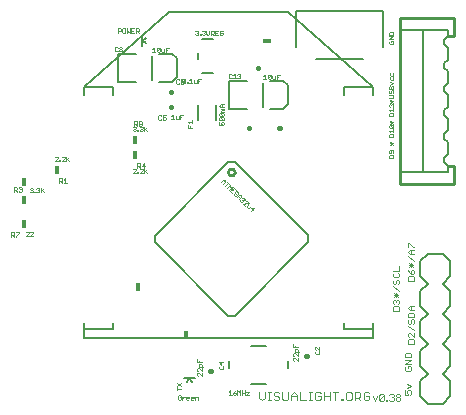
<source format=gto>
G75*
G70*
%OFA0B0*%
%FSLAX24Y24*%
%IPPOS*%
%LPD*%
%AMOC8*
5,1,8,0,0,1.08239X$1,22.5*
%
%ADD10C,0.0010*%
%ADD11C,0.0020*%
%ADD12C,0.0030*%
%ADD13C,0.0160*%
%ADD14C,0.0080*%
%ADD15C,0.0050*%
%ADD16R,0.0280X0.0160*%
%ADD17R,0.0160X0.0280*%
%ADD18C,0.0100*%
D10*
X004760Y005971D02*
X004760Y006121D01*
X004835Y006121D01*
X004860Y006096D01*
X004860Y006046D01*
X004835Y006021D01*
X004760Y006021D01*
X004810Y006021D02*
X004860Y005971D01*
X004908Y005971D02*
X004908Y005996D01*
X005008Y006096D01*
X005008Y006121D01*
X004908Y006121D01*
X005235Y006121D02*
X005260Y006146D01*
X005310Y006146D01*
X005335Y006121D01*
X005335Y006096D01*
X005235Y005996D01*
X005335Y005996D01*
X005383Y005996D02*
X005483Y006096D01*
X005483Y006121D01*
X005458Y006146D01*
X005408Y006146D01*
X005383Y006121D01*
X005383Y005996D02*
X005483Y005996D01*
X005455Y007456D02*
X005405Y007456D01*
X005380Y007481D01*
X005430Y007531D02*
X005455Y007531D01*
X005480Y007506D01*
X005480Y007481D01*
X005455Y007456D01*
X005527Y007456D02*
X005552Y007456D01*
X005552Y007481D01*
X005527Y007481D01*
X005527Y007456D01*
X005601Y007481D02*
X005626Y007456D01*
X005676Y007456D01*
X005701Y007481D01*
X005701Y007506D01*
X005676Y007531D01*
X005651Y007531D01*
X005676Y007531D02*
X005701Y007556D01*
X005701Y007581D01*
X005676Y007606D01*
X005626Y007606D01*
X005601Y007581D01*
X005480Y007581D02*
X005455Y007606D01*
X005405Y007606D01*
X005380Y007581D01*
X005455Y007531D02*
X005480Y007556D01*
X005480Y007581D01*
X005748Y007606D02*
X005748Y007456D01*
X005748Y007506D02*
X005848Y007606D01*
X005773Y007531D02*
X005848Y007456D01*
X006360Y007771D02*
X006360Y007921D01*
X006435Y007921D01*
X006460Y007896D01*
X006460Y007846D01*
X006435Y007821D01*
X006360Y007821D01*
X006410Y007821D02*
X006460Y007771D01*
X006508Y007771D02*
X006608Y007771D01*
X006558Y007771D02*
X006558Y007921D01*
X006508Y007871D01*
X006535Y008496D02*
X006435Y008496D01*
X006535Y008596D01*
X006535Y008621D01*
X006510Y008646D01*
X006460Y008646D01*
X006435Y008621D01*
X006387Y008521D02*
X006387Y008496D01*
X006362Y008496D01*
X006362Y008521D01*
X006387Y008521D01*
X006314Y008496D02*
X006214Y008496D01*
X006314Y008596D01*
X006314Y008621D01*
X006289Y008646D01*
X006239Y008646D01*
X006214Y008621D01*
X006583Y008646D02*
X006583Y008496D01*
X006583Y008546D02*
X006683Y008646D01*
X006608Y008571D02*
X006683Y008496D01*
X005102Y007606D02*
X005102Y007581D01*
X005077Y007556D01*
X005102Y007531D01*
X005102Y007506D01*
X005077Y007481D01*
X005027Y007481D01*
X005002Y007506D01*
X004955Y007481D02*
X004905Y007531D01*
X004930Y007531D02*
X004855Y007531D01*
X004855Y007481D02*
X004855Y007631D01*
X004930Y007631D01*
X004955Y007606D01*
X004955Y007556D01*
X004930Y007531D01*
X005002Y007606D02*
X005027Y007631D01*
X005077Y007631D01*
X005102Y007606D01*
X005077Y007556D02*
X005052Y007556D01*
X008814Y008096D02*
X008914Y008196D01*
X008914Y008221D01*
X008889Y008246D01*
X008839Y008246D01*
X008814Y008221D01*
X008814Y008096D02*
X008914Y008096D01*
X008962Y008096D02*
X008987Y008096D01*
X008987Y008121D01*
X008962Y008121D01*
X008962Y008096D01*
X009035Y008096D02*
X009135Y008196D01*
X009135Y008221D01*
X009110Y008246D01*
X009060Y008246D01*
X009035Y008221D01*
X009060Y008271D02*
X009010Y008321D01*
X009035Y008321D02*
X008960Y008321D01*
X008960Y008271D02*
X008960Y008421D01*
X009035Y008421D01*
X009060Y008396D01*
X009060Y008346D01*
X009035Y008321D01*
X009108Y008346D02*
X009208Y008346D01*
X009183Y008421D02*
X009108Y008346D01*
X009183Y008271D02*
X009183Y008421D01*
X009183Y008246D02*
X009183Y008096D01*
X009135Y008096D02*
X009035Y008096D01*
X009183Y008146D02*
X009283Y008246D01*
X009208Y008171D02*
X009283Y008096D01*
X009283Y009496D02*
X009208Y009571D01*
X009183Y009546D02*
X009283Y009646D01*
X009183Y009646D02*
X009183Y009496D01*
X009135Y009521D02*
X009110Y009496D01*
X009060Y009496D01*
X009035Y009521D01*
X008987Y009521D02*
X008987Y009496D01*
X008962Y009496D01*
X008962Y009521D01*
X008987Y009521D01*
X008914Y009521D02*
X008889Y009496D01*
X008839Y009496D01*
X008814Y009521D01*
X008864Y009571D02*
X008889Y009571D01*
X008914Y009546D01*
X008914Y009521D01*
X008889Y009571D02*
X008914Y009596D01*
X008914Y009621D01*
X008889Y009646D01*
X008839Y009646D01*
X008814Y009621D01*
X008860Y009671D02*
X008860Y009821D01*
X008935Y009821D01*
X008960Y009796D01*
X008960Y009746D01*
X008935Y009721D01*
X008860Y009721D01*
X008910Y009721D02*
X008960Y009671D01*
X009008Y009696D02*
X009008Y009721D01*
X009033Y009746D01*
X009083Y009746D01*
X009108Y009721D01*
X009108Y009696D01*
X009083Y009671D01*
X009033Y009671D01*
X009008Y009696D01*
X009033Y009746D02*
X009008Y009771D01*
X009008Y009796D01*
X009033Y009821D01*
X009083Y009821D01*
X009108Y009796D01*
X009108Y009771D01*
X009083Y009746D01*
X009060Y009646D02*
X009110Y009646D01*
X009135Y009621D01*
X009135Y009596D01*
X009110Y009571D01*
X009135Y009546D01*
X009135Y009521D01*
X009110Y009571D02*
X009085Y009571D01*
X009035Y009621D02*
X009060Y009646D01*
X009660Y009896D02*
X009685Y009871D01*
X009735Y009871D01*
X009760Y009896D01*
X009808Y009896D02*
X009833Y009871D01*
X009883Y009871D01*
X009908Y009896D01*
X009908Y009946D01*
X009883Y009971D01*
X009858Y009971D01*
X009808Y009946D01*
X009808Y010021D01*
X009908Y010021D01*
X009760Y009996D02*
X009735Y010021D01*
X009685Y010021D01*
X009660Y009996D01*
X009660Y009896D01*
X010088Y009896D02*
X010188Y009896D01*
X010138Y009896D02*
X010138Y010046D01*
X010088Y009996D01*
X010235Y009996D02*
X010235Y009921D01*
X010260Y009896D01*
X010335Y009896D01*
X010335Y009996D01*
X010383Y009971D02*
X010433Y009971D01*
X010383Y010046D02*
X010483Y010046D01*
X010383Y010046D02*
X010383Y009896D01*
X010645Y009803D02*
X010795Y009803D01*
X010795Y009753D02*
X010795Y009853D01*
X010695Y009753D02*
X010645Y009803D01*
X010645Y009706D02*
X010645Y009606D01*
X010795Y009606D01*
X010720Y009606D02*
X010720Y009656D01*
X011695Y009706D02*
X011770Y009706D01*
X011745Y009756D01*
X011745Y009781D01*
X011770Y009806D01*
X011820Y009806D01*
X011845Y009781D01*
X011845Y009731D01*
X011820Y009706D01*
X011695Y009706D02*
X011695Y009806D01*
X011720Y009853D02*
X011695Y009878D01*
X011695Y009928D01*
X011720Y009953D01*
X011820Y009853D01*
X011845Y009878D01*
X011845Y009928D01*
X011820Y009953D01*
X011720Y009953D01*
X011720Y010000D02*
X011695Y010025D01*
X011695Y010075D01*
X011720Y010100D01*
X011820Y010000D01*
X011845Y010025D01*
X011845Y010075D01*
X011820Y010100D01*
X011720Y010100D01*
X011745Y010148D02*
X011745Y010173D01*
X011770Y010198D01*
X011745Y010223D01*
X011770Y010248D01*
X011845Y010248D01*
X011845Y010295D02*
X011745Y010295D01*
X011695Y010345D01*
X011745Y010395D01*
X011845Y010395D01*
X011770Y010395D02*
X011770Y010295D01*
X011770Y010198D02*
X011845Y010198D01*
X011845Y010148D02*
X011745Y010148D01*
X011720Y010000D02*
X011820Y010000D01*
X011820Y009853D02*
X011720Y009853D01*
X010983Y011096D02*
X010983Y011246D01*
X011083Y011246D01*
X011033Y011171D02*
X010983Y011171D01*
X010935Y011196D02*
X010935Y011096D01*
X010860Y011096D01*
X010835Y011121D01*
X010835Y011196D01*
X010738Y011246D02*
X010738Y011096D01*
X010688Y011096D02*
X010788Y011096D01*
X010688Y011196D02*
X010738Y011246D01*
X010639Y011121D02*
X010639Y011096D01*
X010614Y011096D01*
X010614Y011121D01*
X010639Y011121D01*
X010567Y011121D02*
X010542Y011096D01*
X010492Y011096D01*
X010467Y011121D01*
X010567Y011221D01*
X010567Y011121D01*
X010508Y011146D02*
X010433Y011146D01*
X010408Y011171D01*
X010408Y011196D01*
X010433Y011221D01*
X010483Y011221D01*
X010508Y011196D01*
X010508Y011096D01*
X010483Y011071D01*
X010433Y011071D01*
X010408Y011096D01*
X010360Y011096D02*
X010335Y011071D01*
X010285Y011071D01*
X010260Y011096D01*
X010260Y011196D01*
X010285Y011221D01*
X010335Y011221D01*
X010360Y011196D01*
X010467Y011221D02*
X010492Y011246D01*
X010542Y011246D01*
X010567Y011221D01*
X010467Y011221D02*
X010467Y011121D01*
X009908Y012130D02*
X009908Y012280D01*
X010008Y012280D01*
X009958Y012205D02*
X009908Y012205D01*
X009860Y012230D02*
X009860Y012130D01*
X009785Y012130D01*
X009760Y012155D01*
X009760Y012230D01*
X009713Y012255D02*
X009613Y012155D01*
X009638Y012130D01*
X009688Y012130D01*
X009713Y012155D01*
X009713Y012255D01*
X009688Y012280D01*
X009638Y012280D01*
X009613Y012255D01*
X009613Y012155D01*
X009566Y012130D02*
X009466Y012130D01*
X009516Y012130D02*
X009516Y012280D01*
X009466Y012230D01*
X009008Y012771D02*
X008958Y012821D01*
X008983Y012821D02*
X008908Y012821D01*
X008908Y012771D02*
X008908Y012921D01*
X008983Y012921D01*
X009008Y012896D01*
X009008Y012846D01*
X008983Y012821D01*
X008860Y012771D02*
X008760Y012771D01*
X008760Y012921D01*
X008860Y012921D01*
X008810Y012846D02*
X008760Y012846D01*
X008713Y012771D02*
X008713Y012921D01*
X008613Y012921D02*
X008613Y012771D01*
X008663Y012821D01*
X008713Y012771D01*
X008566Y012796D02*
X008566Y012896D01*
X008541Y012921D01*
X008491Y012921D01*
X008466Y012896D01*
X008466Y012796D01*
X008491Y012771D01*
X008541Y012771D01*
X008566Y012796D01*
X008418Y012846D02*
X008393Y012821D01*
X008318Y012821D01*
X008318Y012771D02*
X008318Y012921D01*
X008393Y012921D01*
X008418Y012896D01*
X008418Y012846D01*
X008427Y012299D02*
X008452Y012274D01*
X008452Y012249D01*
X008427Y012224D01*
X008377Y012224D01*
X008352Y012249D01*
X008352Y012274D01*
X008377Y012299D01*
X008427Y012299D01*
X008427Y012224D02*
X008452Y012199D01*
X008452Y012174D01*
X008427Y012149D01*
X008377Y012149D01*
X008352Y012174D01*
X008352Y012199D01*
X008377Y012224D01*
X008305Y012174D02*
X008280Y012149D01*
X008230Y012149D01*
X008205Y012174D01*
X008205Y012274D01*
X008230Y012299D01*
X008280Y012299D01*
X008305Y012274D01*
X010897Y012721D02*
X010922Y012696D01*
X010972Y012696D01*
X010997Y012721D01*
X010997Y012746D01*
X010972Y012771D01*
X010947Y012771D01*
X010972Y012771D02*
X010997Y012796D01*
X010997Y012821D01*
X010972Y012846D01*
X010922Y012846D01*
X010897Y012821D01*
X011045Y012721D02*
X011070Y012721D01*
X011070Y012696D01*
X011045Y012696D01*
X011045Y012721D01*
X011118Y012721D02*
X011143Y012696D01*
X011193Y012696D01*
X011218Y012721D01*
X011218Y012746D01*
X011193Y012771D01*
X011168Y012771D01*
X011193Y012771D02*
X011218Y012796D01*
X011218Y012821D01*
X011193Y012846D01*
X011143Y012846D01*
X011118Y012821D01*
X011266Y012846D02*
X011266Y012746D01*
X011316Y012696D01*
X011366Y012746D01*
X011366Y012846D01*
X011413Y012846D02*
X011488Y012846D01*
X011513Y012821D01*
X011513Y012771D01*
X011488Y012746D01*
X011413Y012746D01*
X011463Y012746D02*
X011513Y012696D01*
X011560Y012696D02*
X011560Y012846D01*
X011660Y012846D01*
X011708Y012821D02*
X011708Y012721D01*
X011733Y012696D01*
X011783Y012696D01*
X011808Y012721D01*
X011808Y012771D01*
X011758Y012771D01*
X011808Y012821D02*
X011783Y012846D01*
X011733Y012846D01*
X011708Y012821D01*
X011610Y012771D02*
X011560Y012771D01*
X011560Y012696D02*
X011660Y012696D01*
X011413Y012696D02*
X011413Y012846D01*
X012030Y011399D02*
X012005Y011374D01*
X012005Y011274D01*
X012030Y011249D01*
X012080Y011249D01*
X012105Y011274D01*
X012152Y011249D02*
X012252Y011249D01*
X012202Y011249D02*
X012202Y011399D01*
X012152Y011349D01*
X012105Y011374D02*
X012080Y011399D01*
X012030Y011399D01*
X012300Y011374D02*
X012325Y011399D01*
X012375Y011399D01*
X012400Y011374D01*
X012400Y011349D01*
X012375Y011324D01*
X012400Y011299D01*
X012400Y011274D01*
X012375Y011249D01*
X012325Y011249D01*
X012300Y011274D01*
X012350Y011324D02*
X012375Y011324D01*
X013166Y011330D02*
X013216Y011380D01*
X013216Y011230D01*
X013166Y011230D02*
X013266Y011230D01*
X013313Y011255D02*
X013413Y011355D01*
X013413Y011255D01*
X013388Y011230D01*
X013338Y011230D01*
X013313Y011255D01*
X013313Y011355D01*
X013338Y011380D01*
X013388Y011380D01*
X013413Y011355D01*
X013460Y011330D02*
X013460Y011255D01*
X013485Y011230D01*
X013560Y011230D01*
X013560Y011330D01*
X013608Y011305D02*
X013658Y011305D01*
X013608Y011380D02*
X013708Y011380D01*
X013608Y011380D02*
X013608Y011230D01*
X017345Y010975D02*
X017370Y011000D01*
X017395Y011000D01*
X017420Y010975D01*
X017420Y010900D01*
X017445Y010853D02*
X017470Y010853D01*
X017495Y010828D01*
X017495Y010778D01*
X017470Y010753D01*
X017470Y010706D02*
X017345Y010706D01*
X017370Y010753D02*
X017395Y010753D01*
X017420Y010778D01*
X017420Y010828D01*
X017445Y010853D01*
X017495Y010900D02*
X017495Y010975D01*
X017470Y011000D01*
X017445Y011000D01*
X017420Y010975D01*
X017345Y010975D02*
X017345Y010900D01*
X017495Y010900D01*
X017370Y010853D02*
X017345Y010828D01*
X017345Y010778D01*
X017370Y010753D01*
X017470Y010706D02*
X017495Y010681D01*
X017495Y010631D01*
X017470Y010606D01*
X017345Y010606D01*
X017370Y010548D02*
X017470Y010448D01*
X017470Y010400D02*
X017495Y010375D01*
X017495Y010325D01*
X017470Y010300D01*
X017495Y010253D02*
X017495Y010153D01*
X017495Y010203D02*
X017345Y010203D01*
X017395Y010153D01*
X017370Y010106D02*
X017345Y010081D01*
X017345Y010006D01*
X017495Y010006D01*
X017495Y010081D01*
X017470Y010106D01*
X017370Y010106D01*
X017370Y010300D02*
X017345Y010325D01*
X017345Y010375D01*
X017370Y010400D01*
X017395Y010400D01*
X017420Y010375D01*
X017445Y010400D01*
X017470Y010400D01*
X017420Y010375D02*
X017420Y010350D01*
X017420Y010448D02*
X017420Y010548D01*
X017470Y010548D02*
X017370Y010448D01*
X017370Y010498D02*
X017470Y010498D01*
X017395Y011048D02*
X017495Y011098D01*
X017395Y011148D01*
X017420Y011195D02*
X017470Y011195D01*
X017495Y011220D01*
X017495Y011295D01*
X017470Y011342D02*
X017495Y011367D01*
X017495Y011442D01*
X017395Y011442D02*
X017395Y011367D01*
X017420Y011342D01*
X017470Y011342D01*
X017395Y011295D02*
X017395Y011220D01*
X017420Y011195D01*
X017470Y012406D02*
X017495Y012431D01*
X017495Y012481D01*
X017470Y012506D01*
X017420Y012506D01*
X017420Y012456D01*
X017370Y012506D02*
X017345Y012481D01*
X017345Y012431D01*
X017370Y012406D01*
X017470Y012406D01*
X017495Y012553D02*
X017345Y012553D01*
X017495Y012653D01*
X017345Y012653D01*
X017345Y012700D02*
X017345Y012775D01*
X017370Y012800D01*
X017470Y012800D01*
X017495Y012775D01*
X017495Y012700D01*
X017345Y012700D01*
X017370Y009848D02*
X017470Y009748D01*
X017470Y009700D02*
X017495Y009675D01*
X017495Y009625D01*
X017470Y009600D01*
X017370Y009700D01*
X017470Y009700D01*
X017420Y009748D02*
X017420Y009848D01*
X017470Y009848D02*
X017370Y009748D01*
X017370Y009700D02*
X017345Y009675D01*
X017345Y009625D01*
X017370Y009600D01*
X017470Y009600D01*
X017495Y009553D02*
X017495Y009453D01*
X017495Y009503D02*
X017345Y009503D01*
X017395Y009453D01*
X017370Y009406D02*
X017345Y009381D01*
X017345Y009306D01*
X017495Y009306D01*
X017495Y009381D01*
X017470Y009406D01*
X017370Y009406D01*
X017370Y009148D02*
X017470Y009048D01*
X017470Y009098D02*
X017370Y009098D01*
X017370Y009048D02*
X017470Y009148D01*
X017420Y009148D02*
X017420Y009048D01*
X017420Y008853D02*
X017420Y008778D01*
X017395Y008753D01*
X017370Y008753D01*
X017345Y008778D01*
X017345Y008828D01*
X017370Y008853D01*
X017470Y008853D01*
X017495Y008828D01*
X017495Y008778D01*
X017470Y008753D01*
X017470Y008706D02*
X017370Y008706D01*
X017345Y008681D01*
X017345Y008606D01*
X017495Y008606D01*
X017495Y008681D01*
X017470Y008706D01*
X017470Y009798D02*
X017370Y009798D01*
X012849Y006927D02*
X012742Y006926D01*
X012813Y006856D01*
X012743Y006820D02*
X012849Y006927D01*
X012762Y007013D02*
X012674Y006924D01*
X012638Y006924D01*
X012603Y006960D01*
X012603Y006995D01*
X012691Y007084D01*
X012640Y007099D02*
X012640Y007135D01*
X012604Y007170D01*
X012569Y007170D01*
X012536Y007203D02*
X012518Y007185D01*
X012482Y007185D01*
X012483Y007150D01*
X012465Y007132D01*
X012429Y007132D01*
X012394Y007168D01*
X012394Y007203D01*
X012343Y007219D02*
X012414Y007289D01*
X012413Y007360D01*
X012343Y007360D01*
X012272Y007289D01*
X012256Y007340D02*
X012291Y007376D01*
X012256Y007411D01*
X012256Y007340D02*
X012221Y007340D01*
X012185Y007376D01*
X012185Y007411D01*
X012256Y007482D01*
X012291Y007482D01*
X012327Y007447D01*
X012327Y007411D01*
X012325Y007342D02*
X012396Y007272D01*
X012465Y007274D02*
X012500Y007274D01*
X012535Y007239D01*
X012536Y007203D01*
X012482Y007185D02*
X012465Y007203D01*
X012481Y007081D02*
X012622Y007082D01*
X012640Y007099D01*
X012552Y007011D02*
X012481Y007081D01*
X012134Y007427D02*
X012063Y007497D01*
X012169Y007604D01*
X012240Y007533D01*
X012152Y007515D02*
X012116Y007550D01*
X012030Y007531D02*
X012136Y007637D01*
X012065Y007637D01*
X012065Y007708D01*
X011959Y007601D01*
X011890Y007670D02*
X011996Y007776D01*
X012031Y007741D02*
X011961Y007812D01*
X011892Y007809D02*
X011821Y007739D01*
X011874Y007792D02*
X011803Y007862D01*
X011821Y007880D02*
X011892Y007880D01*
X011892Y007809D01*
X011821Y007880D02*
X011750Y007809D01*
X014155Y002383D02*
X014155Y002283D01*
X014305Y002283D01*
X014280Y002236D02*
X014305Y002211D01*
X014305Y002136D01*
X014305Y002089D02*
X014305Y001989D01*
X014205Y002089D01*
X014180Y002089D01*
X014155Y002064D01*
X014155Y002014D01*
X014180Y001989D01*
X014180Y001941D02*
X014155Y001916D01*
X014155Y001866D01*
X014180Y001841D01*
X014180Y001941D02*
X014205Y001941D01*
X014305Y001841D01*
X014305Y001941D01*
X014355Y002136D02*
X014205Y002136D01*
X014205Y002211D01*
X014230Y002236D01*
X014280Y002236D01*
X014230Y002283D02*
X014230Y002333D01*
X014880Y002283D02*
X014880Y002233D01*
X014905Y002208D01*
X014905Y002161D02*
X014880Y002136D01*
X014880Y002086D01*
X014905Y002061D01*
X015005Y002061D01*
X015030Y002086D01*
X015030Y002136D01*
X015005Y002161D01*
X015030Y002208D02*
X014930Y002308D01*
X014905Y002308D01*
X014880Y002283D01*
X015030Y002308D02*
X015030Y002208D01*
X012694Y000806D02*
X012594Y000706D01*
X012694Y000706D01*
X012694Y000806D02*
X012594Y000806D01*
X012547Y000781D02*
X012447Y000781D01*
X012447Y000706D02*
X012447Y000856D01*
X012400Y000856D02*
X012400Y000706D01*
X012300Y000706D02*
X012300Y000856D01*
X012350Y000806D01*
X012400Y000856D01*
X012547Y000856D02*
X012547Y000706D01*
X012252Y000731D02*
X012252Y000756D01*
X012227Y000781D01*
X012152Y000781D01*
X012152Y000731D01*
X012177Y000706D01*
X012227Y000706D01*
X012252Y000731D01*
X012202Y000831D02*
X012152Y000781D01*
X012202Y000831D02*
X012252Y000856D01*
X012055Y000856D02*
X012055Y000706D01*
X012005Y000706D02*
X012105Y000706D01*
X012005Y000806D02*
X012055Y000856D01*
X011805Y001561D02*
X011705Y001561D01*
X011680Y001586D01*
X011680Y001636D01*
X011705Y001661D01*
X011755Y001708D02*
X011755Y001808D01*
X011830Y001783D02*
X011680Y001783D01*
X011755Y001708D01*
X011805Y001661D02*
X011830Y001636D01*
X011830Y001586D01*
X011805Y001561D01*
X011155Y001636D02*
X011005Y001636D01*
X011005Y001711D01*
X011030Y001736D01*
X011080Y001736D01*
X011105Y001711D01*
X011105Y001636D01*
X011105Y001589D02*
X011105Y001489D01*
X011005Y001589D01*
X010980Y001589D01*
X010955Y001564D01*
X010955Y001514D01*
X010980Y001489D01*
X010980Y001441D02*
X010955Y001416D01*
X010955Y001366D01*
X010980Y001341D01*
X010980Y001441D02*
X011005Y001441D01*
X011105Y001341D01*
X011105Y001441D01*
X011105Y001783D02*
X010955Y001783D01*
X010955Y001883D01*
X011030Y001833D02*
X011030Y001783D01*
X010420Y001103D02*
X010270Y001003D01*
X010270Y000956D02*
X010270Y000856D01*
X010270Y000906D02*
X010420Y000906D01*
X010420Y001003D02*
X010270Y001103D01*
X010343Y000696D02*
X010318Y000671D01*
X010318Y000571D01*
X010343Y000546D01*
X010393Y000546D01*
X010418Y000571D01*
X010418Y000621D01*
X010368Y000621D01*
X010418Y000671D02*
X010393Y000696D01*
X010343Y000696D01*
X010465Y000646D02*
X010465Y000546D01*
X010465Y000596D02*
X010515Y000646D01*
X010540Y000646D01*
X010588Y000621D02*
X010613Y000646D01*
X010663Y000646D01*
X010688Y000621D01*
X010688Y000596D01*
X010588Y000596D01*
X010588Y000571D02*
X010588Y000621D01*
X010588Y000571D02*
X010613Y000546D01*
X010663Y000546D01*
X010735Y000571D02*
X010735Y000621D01*
X010760Y000646D01*
X010810Y000646D01*
X010835Y000621D01*
X010835Y000596D01*
X010735Y000596D01*
X010735Y000571D02*
X010760Y000546D01*
X010810Y000546D01*
X010883Y000546D02*
X010883Y000646D01*
X010958Y000646D01*
X010983Y000621D01*
X010983Y000546D01*
D11*
X016810Y000657D02*
X016883Y000511D01*
X016957Y000657D01*
X017031Y000694D02*
X017068Y000731D01*
X017141Y000731D01*
X017178Y000694D01*
X017031Y000547D01*
X017068Y000511D01*
X017141Y000511D01*
X017178Y000547D01*
X017178Y000694D01*
X017031Y000694D02*
X017031Y000547D01*
X017252Y000547D02*
X017289Y000547D01*
X017289Y000511D01*
X017252Y000511D01*
X017252Y000547D01*
X017362Y000547D02*
X017399Y000511D01*
X017473Y000511D01*
X017509Y000547D01*
X017509Y000584D01*
X017473Y000621D01*
X017436Y000621D01*
X017473Y000621D02*
X017509Y000657D01*
X017509Y000694D01*
X017473Y000731D01*
X017399Y000731D01*
X017362Y000694D01*
X017583Y000694D02*
X017620Y000731D01*
X017694Y000731D01*
X017730Y000694D01*
X017730Y000657D01*
X017694Y000621D01*
X017620Y000621D01*
X017583Y000657D01*
X017583Y000694D01*
X017620Y000621D02*
X017583Y000584D01*
X017583Y000547D01*
X017620Y000511D01*
X017694Y000511D01*
X017730Y000547D01*
X017730Y000584D01*
X017694Y000621D01*
X017870Y000711D02*
X017870Y000857D01*
X017943Y000821D02*
X017980Y000857D01*
X018053Y000857D01*
X018090Y000821D01*
X018090Y000747D01*
X018053Y000711D01*
X017980Y000711D02*
X017943Y000784D01*
X017943Y000821D01*
X017943Y000932D02*
X018090Y001005D01*
X017943Y001078D01*
X017980Y000711D02*
X017870Y000711D01*
X017907Y001511D02*
X018053Y001511D01*
X018090Y001547D01*
X018090Y001621D01*
X018053Y001657D01*
X017980Y001657D01*
X017980Y001584D01*
X017907Y001511D02*
X017870Y001547D01*
X017870Y001621D01*
X017907Y001657D01*
X017870Y001732D02*
X018090Y001878D01*
X017870Y001878D01*
X017870Y001953D02*
X017870Y002063D01*
X017907Y002099D01*
X018053Y002099D01*
X018090Y002063D01*
X018090Y001953D01*
X017870Y001953D01*
X017870Y001732D02*
X018090Y001732D01*
X018190Y002411D02*
X017970Y002411D01*
X017970Y002521D01*
X018007Y002557D01*
X018153Y002557D01*
X018190Y002521D01*
X018190Y002411D01*
X018190Y002632D02*
X018043Y002778D01*
X018007Y002778D01*
X017970Y002742D01*
X017970Y002668D01*
X018007Y002632D01*
X018190Y002632D02*
X018190Y002778D01*
X018190Y002853D02*
X017970Y002999D01*
X018007Y003074D02*
X018043Y003074D01*
X018080Y003110D01*
X018080Y003184D01*
X018117Y003220D01*
X018153Y003220D01*
X018190Y003184D01*
X018190Y003110D01*
X018153Y003074D01*
X018007Y003074D02*
X017970Y003110D01*
X017970Y003184D01*
X018007Y003220D01*
X017970Y003295D02*
X017970Y003405D01*
X018007Y003441D01*
X018153Y003441D01*
X018190Y003405D01*
X018190Y003295D01*
X017970Y003295D01*
X018043Y003516D02*
X017970Y003589D01*
X018043Y003662D01*
X018190Y003662D01*
X018080Y003662D02*
X018080Y003516D01*
X018043Y003516D02*
X018190Y003516D01*
X017690Y003511D02*
X017690Y003621D01*
X017653Y003657D01*
X017507Y003657D01*
X017470Y003621D01*
X017470Y003511D01*
X017690Y003511D01*
X017653Y003732D02*
X017690Y003768D01*
X017690Y003842D01*
X017653Y003878D01*
X017617Y003878D01*
X017580Y003842D01*
X017580Y003805D01*
X017580Y003842D02*
X017543Y003878D01*
X017507Y003878D01*
X017470Y003842D01*
X017470Y003768D01*
X017507Y003732D01*
X017507Y003953D02*
X017653Y004099D01*
X017653Y004026D02*
X017507Y004026D01*
X017507Y004099D02*
X017653Y003953D01*
X017580Y003953D02*
X017580Y004099D01*
X017690Y004174D02*
X017470Y004320D01*
X017507Y004395D02*
X017543Y004395D01*
X017580Y004431D01*
X017580Y004505D01*
X017617Y004541D01*
X017653Y004541D01*
X017690Y004505D01*
X017690Y004431D01*
X017653Y004395D01*
X017507Y004395D02*
X017470Y004431D01*
X017470Y004505D01*
X017507Y004541D01*
X017507Y004616D02*
X017653Y004616D01*
X017690Y004652D01*
X017690Y004726D01*
X017653Y004762D01*
X017690Y004837D02*
X017690Y004983D01*
X017690Y004837D02*
X017470Y004837D01*
X017507Y004762D02*
X017470Y004726D01*
X017470Y004652D01*
X017507Y004616D01*
X017970Y004621D02*
X017970Y004511D01*
X018190Y004511D01*
X018190Y004621D01*
X018153Y004657D01*
X018007Y004657D01*
X017970Y004621D01*
X018080Y004732D02*
X018080Y004842D01*
X018117Y004878D01*
X018153Y004878D01*
X018190Y004842D01*
X018190Y004768D01*
X018153Y004732D01*
X018080Y004732D01*
X018007Y004805D01*
X017970Y004878D01*
X018007Y004953D02*
X018153Y005099D01*
X018153Y005026D02*
X018007Y005026D01*
X018007Y005099D02*
X018153Y004953D01*
X018080Y004953D02*
X018080Y005099D01*
X018190Y005174D02*
X017970Y005320D01*
X018043Y005395D02*
X017970Y005468D01*
X018043Y005541D01*
X018190Y005541D01*
X018190Y005616D02*
X018153Y005616D01*
X018007Y005762D01*
X017970Y005762D01*
X017970Y005616D01*
X018080Y005541D02*
X018080Y005395D01*
X018043Y005395D02*
X018190Y005395D01*
D12*
X016647Y000806D02*
X016550Y000806D01*
X016502Y000758D01*
X016502Y000564D01*
X016550Y000516D01*
X016647Y000516D01*
X016695Y000564D01*
X016695Y000661D01*
X016598Y000661D01*
X016695Y000758D02*
X016647Y000806D01*
X016401Y000758D02*
X016401Y000661D01*
X016352Y000612D01*
X016207Y000612D01*
X016207Y000516D02*
X016207Y000806D01*
X016352Y000806D01*
X016401Y000758D01*
X016304Y000612D02*
X016401Y000516D01*
X016106Y000564D02*
X016106Y000758D01*
X016058Y000806D01*
X015961Y000806D01*
X015912Y000758D01*
X015912Y000564D01*
X015961Y000516D01*
X016058Y000516D01*
X016106Y000564D01*
X015813Y000564D02*
X015813Y000516D01*
X015765Y000516D01*
X015765Y000564D01*
X015813Y000564D01*
X015567Y000516D02*
X015567Y000806D01*
X015470Y000806D02*
X015664Y000806D01*
X015369Y000806D02*
X015369Y000516D01*
X015369Y000661D02*
X015176Y000661D01*
X015075Y000661D02*
X014978Y000661D01*
X015075Y000661D02*
X015075Y000564D01*
X015026Y000516D01*
X014930Y000516D01*
X014881Y000564D01*
X014881Y000758D01*
X014930Y000806D01*
X015026Y000806D01*
X015075Y000758D01*
X015176Y000806D02*
X015176Y000516D01*
X014781Y000516D02*
X014685Y000516D01*
X014733Y000516D02*
X014733Y000806D01*
X014685Y000806D02*
X014781Y000806D01*
X014584Y000516D02*
X014390Y000516D01*
X014390Y000806D01*
X014289Y000709D02*
X014289Y000516D01*
X014289Y000661D02*
X014095Y000661D01*
X014095Y000709D02*
X014192Y000806D01*
X014289Y000709D01*
X014095Y000709D02*
X014095Y000516D01*
X013994Y000564D02*
X013994Y000806D01*
X013801Y000806D02*
X013801Y000564D01*
X013849Y000516D01*
X013946Y000516D01*
X013994Y000564D01*
X013700Y000564D02*
X013700Y000612D01*
X013651Y000661D01*
X013554Y000661D01*
X013506Y000709D01*
X013506Y000758D01*
X013554Y000806D01*
X013651Y000806D01*
X013700Y000758D01*
X013700Y000564D02*
X013651Y000516D01*
X013554Y000516D01*
X013506Y000564D01*
X013406Y000516D02*
X013310Y000516D01*
X013358Y000516D02*
X013358Y000806D01*
X013310Y000806D02*
X013406Y000806D01*
X013208Y000806D02*
X013208Y000612D01*
X013112Y000516D01*
X013015Y000612D01*
X013015Y000806D01*
D13*
X011412Y001501D02*
X011388Y001501D01*
X014588Y002001D02*
X014612Y002001D01*
X013712Y009601D02*
X013688Y009601D01*
X012700Y009589D02*
X012700Y009613D01*
X013000Y011589D02*
X013000Y011613D01*
X010100Y010813D02*
X010100Y010789D01*
X010100Y010313D02*
X010100Y010289D01*
D14*
X007177Y002601D02*
X016823Y002601D01*
X016823Y002896D01*
X016823Y003112D01*
X016823Y002896D02*
X015839Y002896D01*
X015839Y003112D01*
X013984Y001819D02*
X013984Y001583D01*
X013236Y001071D02*
X012764Y001071D01*
X012016Y001583D02*
X012016Y001819D01*
X012764Y002331D02*
X013236Y002331D01*
X012216Y003340D02*
X011993Y003339D01*
X009539Y005785D01*
X009539Y006008D01*
X011984Y008462D01*
X012207Y008462D01*
X014661Y006016D01*
X014661Y005794D01*
X012216Y003340D01*
X010881Y001268D02*
X010700Y001268D01*
X010792Y001146D01*
X010700Y001268D02*
X010519Y001268D01*
X010614Y001146D02*
X010690Y001261D01*
X008161Y002896D02*
X008161Y003112D01*
X008161Y002896D02*
X007177Y002896D01*
X007177Y003112D01*
X007177Y002896D02*
X007177Y002601D01*
X011000Y009851D02*
X011000Y010351D01*
X011600Y010351D02*
X011600Y009851D01*
X012016Y010228D02*
X012016Y011173D01*
X012606Y011173D01*
X013394Y011173D02*
X013827Y011173D01*
X013984Y011016D01*
X013984Y010386D01*
X013827Y010228D01*
X013394Y010228D01*
X012606Y010228D02*
X012016Y010228D01*
X011469Y011441D02*
X011131Y011441D01*
X010981Y011895D02*
X010981Y012106D01*
X011131Y012561D02*
X011469Y012561D01*
X010284Y011916D02*
X010127Y012073D01*
X009694Y012073D01*
X009255Y012415D02*
X009139Y012491D01*
X009133Y012501D02*
X009255Y012593D01*
X009133Y012682D02*
X009133Y012501D01*
X009133Y012320D01*
X008906Y012073D02*
X008316Y012073D01*
X008316Y011128D01*
X008906Y011128D01*
X009694Y011128D02*
X010127Y011128D01*
X010284Y011286D01*
X010284Y011916D01*
X010031Y013467D02*
X007177Y010967D01*
X007177Y010711D01*
X007177Y010967D02*
X008161Y010967D01*
X008161Y010711D01*
X010031Y013467D02*
X013969Y013467D01*
X016823Y010967D01*
X015839Y010967D01*
X015839Y010711D01*
X016823Y010711D02*
X016823Y010967D01*
X016487Y011913D02*
X014913Y011913D01*
X014263Y012307D02*
X014263Y013488D01*
X017137Y013488D01*
X017137Y012307D01*
X018650Y005401D02*
X019150Y005401D01*
X019400Y005151D01*
X019400Y004651D01*
X019150Y004401D01*
X019400Y004151D01*
X019400Y003651D01*
X019150Y003401D01*
X019400Y003151D01*
X019400Y002651D01*
X019150Y002401D01*
X019400Y002151D01*
X019400Y001651D01*
X019150Y001401D01*
X019400Y001151D01*
X019400Y000651D01*
X019150Y000401D01*
X018650Y000401D01*
X018400Y000651D01*
X018400Y001151D01*
X018650Y001401D01*
X018400Y001651D01*
X018400Y002151D01*
X018650Y002401D01*
X018400Y002651D01*
X018400Y003151D01*
X018650Y003401D01*
X018400Y003651D01*
X018400Y004151D01*
X018650Y004401D01*
X018400Y004651D01*
X018400Y005151D01*
X018650Y005401D01*
D15*
X018500Y008138D02*
X017752Y008138D01*
X017752Y012863D01*
X018500Y012863D01*
X018500Y008138D01*
X019319Y008138D01*
X019319Y008335D01*
X019201Y008453D01*
X019201Y008611D01*
X019319Y008729D01*
X019319Y009123D01*
X019201Y009241D01*
X019201Y009398D01*
X019319Y009516D01*
X019319Y009910D01*
X019201Y010028D01*
X019201Y010186D01*
X019319Y010304D01*
X019319Y010697D01*
X019201Y010816D01*
X019201Y010973D01*
X019319Y011091D01*
X019319Y011485D01*
X019201Y011603D01*
X019201Y011760D01*
X019319Y011879D01*
X019319Y012272D01*
X019201Y012390D01*
X019201Y012548D01*
X019319Y012666D01*
X019319Y012863D01*
X018500Y012863D01*
X013150Y011101D02*
X013150Y010301D01*
X009450Y011201D02*
X009450Y012001D01*
D16*
X013300Y012501D03*
D17*
X008900Y009201D03*
X008900Y008701D03*
X006300Y008201D03*
X005200Y007801D03*
X005200Y007201D03*
X005200Y006401D03*
X009000Y004301D03*
X010600Y002701D03*
D18*
X017713Y007745D02*
X019516Y007745D01*
X019516Y008335D01*
X019319Y008335D01*
X017713Y007745D02*
X017713Y013257D01*
X019516Y013257D01*
X019516Y012666D01*
X019319Y012666D01*
X011985Y008128D02*
X011987Y008148D01*
X011992Y008168D01*
X012002Y008186D01*
X012014Y008203D01*
X012029Y008217D01*
X012047Y008227D01*
X012066Y008235D01*
X012086Y008239D01*
X012106Y008239D01*
X012126Y008235D01*
X012145Y008227D01*
X012163Y008217D01*
X012178Y008203D01*
X012190Y008186D01*
X012200Y008168D01*
X012205Y008148D01*
X012207Y008128D01*
X012205Y008108D01*
X012200Y008088D01*
X012190Y008070D01*
X012178Y008053D01*
X012163Y008039D01*
X012145Y008029D01*
X012126Y008021D01*
X012106Y008017D01*
X012086Y008017D01*
X012066Y008021D01*
X012047Y008029D01*
X012029Y008039D01*
X012014Y008053D01*
X012002Y008070D01*
X011992Y008088D01*
X011987Y008108D01*
X011985Y008128D01*
M02*

</source>
